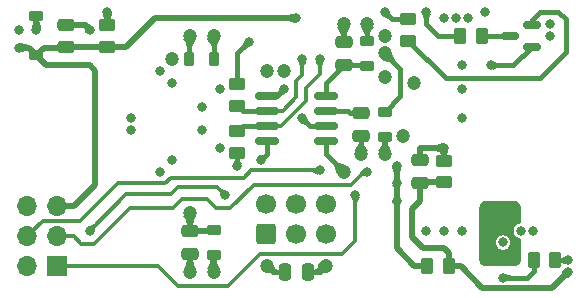
<source format=gbl>
G04 #@! TF.GenerationSoftware,KiCad,Pcbnew,8.0.5*
G04 #@! TF.CreationDate,2024-09-14T16:18:35+01:00*
G04 #@! TF.ProjectId,RotationEncoder,526f7461-7469-46f6-9e45-6e636f646572,rev?*
G04 #@! TF.SameCoordinates,Original*
G04 #@! TF.FileFunction,Copper,L4,Bot*
G04 #@! TF.FilePolarity,Positive*
%FSLAX46Y46*%
G04 Gerber Fmt 4.6, Leading zero omitted, Abs format (unit mm)*
G04 Created by KiCad (PCBNEW 8.0.5) date 2024-09-14 16:18:35*
%MOMM*%
%LPD*%
G01*
G04 APERTURE LIST*
G04 Aperture macros list*
%AMRoundRect*
0 Rectangle with rounded corners*
0 $1 Rounding radius*
0 $2 $3 $4 $5 $6 $7 $8 $9 X,Y pos of 4 corners*
0 Add a 4 corners polygon primitive as box body*
4,1,4,$2,$3,$4,$5,$6,$7,$8,$9,$2,$3,0*
0 Add four circle primitives for the rounded corners*
1,1,$1+$1,$2,$3*
1,1,$1+$1,$4,$5*
1,1,$1+$1,$6,$7*
1,1,$1+$1,$8,$9*
0 Add four rect primitives between the rounded corners*
20,1,$1+$1,$2,$3,$4,$5,0*
20,1,$1+$1,$4,$5,$6,$7,0*
20,1,$1+$1,$6,$7,$8,$9,0*
20,1,$1+$1,$8,$9,$2,$3,0*%
G04 Aperture macros list end*
G04 #@! TA.AperFunction,ComponentPad*
%ADD10RoundRect,0.250000X0.600000X-0.600000X0.600000X0.600000X-0.600000X0.600000X-0.600000X-0.600000X0*%
G04 #@! TD*
G04 #@! TA.AperFunction,ComponentPad*
%ADD11C,1.700000*%
G04 #@! TD*
G04 #@! TA.AperFunction,ComponentPad*
%ADD12R,1.700000X1.700000*%
G04 #@! TD*
G04 #@! TA.AperFunction,ComponentPad*
%ADD13O,1.700000X1.700000*%
G04 #@! TD*
G04 #@! TA.AperFunction,SMDPad,CuDef*
%ADD14RoundRect,0.250000X0.450000X-0.262500X0.450000X0.262500X-0.450000X0.262500X-0.450000X-0.262500X0*%
G04 #@! TD*
G04 #@! TA.AperFunction,SMDPad,CuDef*
%ADD15RoundRect,0.218750X0.381250X-0.218750X0.381250X0.218750X-0.381250X0.218750X-0.381250X-0.218750X0*%
G04 #@! TD*
G04 #@! TA.AperFunction,SMDPad,CuDef*
%ADD16RoundRect,0.250000X0.475000X-0.250000X0.475000X0.250000X-0.475000X0.250000X-0.475000X-0.250000X0*%
G04 #@! TD*
G04 #@! TA.AperFunction,SMDPad,CuDef*
%ADD17RoundRect,0.150000X0.587500X0.150000X-0.587500X0.150000X-0.587500X-0.150000X0.587500X-0.150000X0*%
G04 #@! TD*
G04 #@! TA.AperFunction,SMDPad,CuDef*
%ADD18RoundRect,0.250000X0.262500X0.450000X-0.262500X0.450000X-0.262500X-0.450000X0.262500X-0.450000X0*%
G04 #@! TD*
G04 #@! TA.AperFunction,SMDPad,CuDef*
%ADD19RoundRect,0.250000X-0.475000X0.250000X-0.475000X-0.250000X0.475000X-0.250000X0.475000X0.250000X0*%
G04 #@! TD*
G04 #@! TA.AperFunction,SMDPad,CuDef*
%ADD20RoundRect,0.150000X0.825000X0.150000X-0.825000X0.150000X-0.825000X-0.150000X0.825000X-0.150000X0*%
G04 #@! TD*
G04 #@! TA.AperFunction,SMDPad,CuDef*
%ADD21RoundRect,0.225000X-0.375000X0.225000X-0.375000X-0.225000X0.375000X-0.225000X0.375000X0.225000X0*%
G04 #@! TD*
G04 #@! TA.AperFunction,SMDPad,CuDef*
%ADD22RoundRect,0.250000X-0.450000X0.262500X-0.450000X-0.262500X0.450000X-0.262500X0.450000X0.262500X0*%
G04 #@! TD*
G04 #@! TA.AperFunction,SMDPad,CuDef*
%ADD23RoundRect,0.218750X-0.381250X0.218750X-0.381250X-0.218750X0.381250X-0.218750X0.381250X0.218750X0*%
G04 #@! TD*
G04 #@! TA.AperFunction,SMDPad,CuDef*
%ADD24RoundRect,0.250000X-0.262500X-0.450000X0.262500X-0.450000X0.262500X0.450000X-0.262500X0.450000X0*%
G04 #@! TD*
G04 #@! TA.AperFunction,SMDPad,CuDef*
%ADD25RoundRect,0.218750X-0.218750X-0.381250X0.218750X-0.381250X0.218750X0.381250X-0.218750X0.381250X0*%
G04 #@! TD*
G04 #@! TA.AperFunction,SMDPad,CuDef*
%ADD26RoundRect,0.250000X0.250000X0.475000X-0.250000X0.475000X-0.250000X-0.475000X0.250000X-0.475000X0*%
G04 #@! TD*
G04 #@! TA.AperFunction,ViaPad*
%ADD27C,0.800000*%
G04 #@! TD*
G04 #@! TA.AperFunction,ViaPad*
%ADD28C,1.200000*%
G04 #@! TD*
G04 #@! TA.AperFunction,Conductor*
%ADD29C,0.400000*%
G04 #@! TD*
G04 #@! TA.AperFunction,Conductor*
%ADD30C,0.500000*%
G04 #@! TD*
G04 #@! TA.AperFunction,Conductor*
%ADD31C,0.300000*%
G04 #@! TD*
G04 APERTURE END LIST*
D10*
X142455000Y-99752500D03*
D11*
X142455000Y-97212500D03*
X144995000Y-99752500D03*
X144995000Y-97212500D03*
X147535000Y-99752500D03*
X147535000Y-97212500D03*
D12*
X124775000Y-102525000D03*
D13*
X122235000Y-102525000D03*
X124775000Y-99985000D03*
X122235000Y-99985000D03*
X124775000Y-97445000D03*
X122235000Y-97445000D03*
D14*
X140000000Y-92912500D03*
X140000000Y-91087500D03*
D15*
X138000000Y-101562500D03*
X138000000Y-99437500D03*
D16*
X125500000Y-83950000D03*
X125500000Y-82050000D03*
D17*
X164937500Y-82050000D03*
X164937500Y-83950000D03*
X163062500Y-83000000D03*
D18*
X160712500Y-83000000D03*
X158887500Y-83000000D03*
D19*
X136000000Y-99550000D03*
X136000000Y-101450000D03*
D20*
X147475000Y-88095000D03*
X147475000Y-89365000D03*
X147475000Y-90635000D03*
X147475000Y-91905000D03*
X142525000Y-91905000D03*
X142525000Y-90635000D03*
X142525000Y-89365000D03*
X142525000Y-88095000D03*
D21*
X123000000Y-81350000D03*
X123000000Y-84650000D03*
D14*
X154500000Y-83412500D03*
X154500000Y-81587500D03*
D19*
X150500000Y-89550000D03*
X150500000Y-91450000D03*
D22*
X140000000Y-87087500D03*
X140000000Y-88912500D03*
D18*
X157912500Y-102500000D03*
X156087500Y-102500000D03*
D22*
X157500000Y-93587500D03*
X157500000Y-95412500D03*
D23*
X152500000Y-89437500D03*
X152500000Y-91562500D03*
D16*
X149000000Y-85450000D03*
X149000000Y-83550000D03*
D22*
X129000000Y-82087500D03*
X129000000Y-83912500D03*
D19*
X155500000Y-93550000D03*
X155500000Y-95450000D03*
D23*
X151000000Y-83437500D03*
X151000000Y-85562500D03*
D24*
X165087500Y-102000000D03*
X166912500Y-102000000D03*
D25*
X135937500Y-85000000D03*
X138062500Y-85000000D03*
D26*
X145950000Y-103000000D03*
X144050000Y-103000000D03*
D27*
X123000000Y-82500000D03*
X157500000Y-81500000D03*
D28*
X147500000Y-102500000D03*
X136000000Y-83000000D03*
D27*
X129000000Y-81000000D03*
X141000000Y-83500000D03*
D28*
X152500000Y-84500000D03*
D27*
X158500000Y-81500000D03*
X166500000Y-83000000D03*
X166500000Y-82000000D03*
D28*
X138000000Y-103000000D03*
X151000000Y-82000000D03*
D27*
X159500000Y-81500000D03*
D28*
X152500000Y-83000000D03*
D27*
X140000000Y-94000000D03*
X133500000Y-94500000D03*
D28*
X152500000Y-86500000D03*
D27*
X131000000Y-90000000D03*
D28*
X142500000Y-102500000D03*
X155000000Y-87000000D03*
X144000000Y-86000000D03*
X149000000Y-82000000D03*
D27*
X159000000Y-99500000D03*
X153500000Y-95500000D03*
X161500000Y-85500000D03*
D28*
X154000000Y-91500000D03*
D27*
X153500000Y-97000000D03*
X134500000Y-93500000D03*
X127500000Y-82500000D03*
D28*
X136000000Y-103000000D03*
D27*
X153500000Y-94000000D03*
X137000000Y-91000000D03*
D28*
X142500000Y-86000000D03*
D27*
X157500000Y-99500000D03*
X121500000Y-82500000D03*
D28*
X149000000Y-94500000D03*
D27*
X156000000Y-99500000D03*
X138500000Y-92500000D03*
X159000000Y-87500000D03*
X162500000Y-100500000D03*
D28*
X134500000Y-85000000D03*
D27*
X133500000Y-86000000D03*
X161000000Y-80975000D03*
X134500000Y-87000000D03*
D28*
X150500000Y-93000000D03*
D27*
X165000000Y-99500000D03*
X164000000Y-99500000D03*
X159000000Y-85500000D03*
X131000000Y-91000000D03*
X159000000Y-90000000D03*
X137000000Y-89000000D03*
X138500000Y-87500000D03*
X145500000Y-85000000D03*
X147000000Y-85000000D03*
X145500000Y-90000000D03*
X144000000Y-87500000D03*
X142000000Y-93500000D03*
D28*
X152500000Y-93000000D03*
X138000000Y-83000000D03*
X136000000Y-98000000D03*
D27*
X145000000Y-81500000D03*
X121500000Y-84000000D03*
X156000000Y-81000000D03*
X152500000Y-81000000D03*
X139000000Y-96500000D03*
X127500000Y-99500000D03*
X162500000Y-103500000D03*
X157500000Y-92500000D03*
X163500000Y-97500000D03*
X163000000Y-102000000D03*
X162000000Y-98000000D03*
X162000000Y-102000000D03*
X161000000Y-98000000D03*
X168000000Y-103000000D03*
X150000000Y-96500000D03*
X147000000Y-94400000D03*
X151000000Y-94500000D03*
X168000000Y-102000000D03*
D29*
X140000000Y-84500000D02*
X140000000Y-87087500D01*
X145950000Y-103000000D02*
X147000000Y-103000000D01*
X135937500Y-83062500D02*
X136000000Y-83000000D01*
X140000000Y-94000000D02*
X140000000Y-92912500D01*
X135937500Y-85000000D02*
X135937500Y-83062500D01*
X153800000Y-85800000D02*
X153800000Y-88137500D01*
D30*
X129000000Y-81000000D02*
X129000000Y-82087500D01*
D29*
X151000000Y-82000000D02*
X151000000Y-83437500D01*
X153800000Y-88137500D02*
X152500000Y-89437500D01*
X152500000Y-84500000D02*
X153800000Y-85800000D01*
X147000000Y-103000000D02*
X147500000Y-102500000D01*
D30*
X138000000Y-103000000D02*
X138000000Y-101562500D01*
D29*
X141000000Y-83500000D02*
X140000000Y-84500000D01*
D30*
X123000000Y-82500000D02*
X123000000Y-81350000D01*
D29*
X149000000Y-82000000D02*
X149000000Y-83550000D01*
X163387500Y-85500000D02*
X164937500Y-83950000D01*
D30*
X155000000Y-102500000D02*
X156087500Y-102500000D01*
D29*
X150500000Y-93000000D02*
X150500000Y-91450000D01*
X144050000Y-103000000D02*
X143000000Y-103000000D01*
X161500000Y-85500000D02*
X163387500Y-85500000D01*
D30*
X153500000Y-94000000D02*
X153500000Y-101000000D01*
X127050000Y-82050000D02*
X125500000Y-82050000D01*
X127500000Y-82500000D02*
X127050000Y-82050000D01*
X153500000Y-101000000D02*
X155000000Y-102500000D01*
D29*
X147475000Y-92975000D02*
X147475000Y-91905000D01*
X149000000Y-94500000D02*
X147475000Y-92975000D01*
X143000000Y-103000000D02*
X142500000Y-102500000D01*
D30*
X136000000Y-103000000D02*
X136000000Y-101450000D01*
D29*
X149550000Y-89550000D02*
X150500000Y-89550000D01*
X147475000Y-89365000D02*
X149365000Y-89365000D01*
X149365000Y-89365000D02*
X149550000Y-89550000D01*
D31*
X145500000Y-86300000D02*
X145000000Y-86800000D01*
X143835000Y-89365000D02*
X142525000Y-89365000D01*
D29*
X140452500Y-89365000D02*
X140000000Y-88912500D01*
D31*
X145000000Y-86800000D02*
X145000000Y-88200000D01*
X145000000Y-88200000D02*
X143835000Y-89365000D01*
X145500000Y-85000000D02*
X145500000Y-86300000D01*
D29*
X142525000Y-89365000D02*
X140452500Y-89365000D01*
D31*
X147000000Y-85000000D02*
X147000000Y-86200000D01*
X145800000Y-88519669D02*
X143684669Y-90635000D01*
D29*
X140452500Y-90635000D02*
X140000000Y-91087500D01*
D31*
X143684669Y-90635000D02*
X142525000Y-90635000D01*
X147000000Y-86200000D02*
X145800000Y-87400000D01*
D29*
X142525000Y-90635000D02*
X140452500Y-90635000D01*
D31*
X145800000Y-87400000D02*
X145800000Y-88519669D01*
D29*
X145500000Y-90000000D02*
X146135000Y-90635000D01*
X146135000Y-90635000D02*
X147475000Y-90635000D01*
X144000000Y-87500000D02*
X143405000Y-88095000D01*
X143405000Y-88095000D02*
X142525000Y-88095000D01*
X142525000Y-92975000D02*
X142525000Y-91905000D01*
X142000000Y-93500000D02*
X142525000Y-92975000D01*
X152500000Y-93000000D02*
X152500000Y-91562500D01*
X138062500Y-85000000D02*
X138062500Y-83062500D01*
X149000000Y-85450000D02*
X150887500Y-85450000D01*
D30*
X137887500Y-99550000D02*
X138000000Y-99437500D01*
D29*
X147475000Y-86975000D02*
X149000000Y-85450000D01*
D30*
X136000000Y-99550000D02*
X137887500Y-99550000D01*
X136000000Y-99550000D02*
X136000000Y-98000000D01*
D29*
X147475000Y-88095000D02*
X147475000Y-86975000D01*
X150887500Y-85450000D02*
X151000000Y-85562500D01*
X138062500Y-83062500D02*
X138000000Y-83000000D01*
D30*
X122350000Y-84000000D02*
X123000000Y-84650000D01*
X123650000Y-84000000D02*
X125450000Y-84000000D01*
X121550000Y-83950000D02*
X121500000Y-84000000D01*
X125500000Y-83950000D02*
X125537500Y-83912500D01*
X123000000Y-84650000D02*
X123850000Y-85500000D01*
X133000000Y-81500000D02*
X130587500Y-83912500D01*
X125537500Y-83912500D02*
X129000000Y-83912500D01*
X130587500Y-83912500D02*
X129000000Y-83912500D01*
X121500000Y-84000000D02*
X122350000Y-84000000D01*
X125450000Y-84000000D02*
X125500000Y-83950000D01*
X128000000Y-95600000D02*
X126155000Y-97445000D01*
X128000000Y-86000000D02*
X128000000Y-95600000D01*
X123000000Y-84650000D02*
X123650000Y-84000000D01*
X127500000Y-85500000D02*
X128000000Y-86000000D01*
X145000000Y-81500000D02*
X133000000Y-81500000D01*
X123850000Y-85500000D02*
X127500000Y-85500000D01*
X126155000Y-97445000D02*
X124775000Y-97445000D01*
D29*
X160712500Y-83000000D02*
X163062500Y-83000000D01*
X156000000Y-82000000D02*
X157000000Y-83000000D01*
X156000000Y-81000000D02*
X156000000Y-82000000D01*
X157000000Y-83000000D02*
X158887500Y-83000000D01*
X164937500Y-81662500D02*
X165600000Y-81000000D01*
X157687500Y-86600000D02*
X154500000Y-83412500D01*
X167800000Y-81600000D02*
X167800000Y-84400000D01*
X167800000Y-84400000D02*
X165600000Y-86600000D01*
X167200000Y-81000000D02*
X167800000Y-81600000D01*
X164937500Y-82050000D02*
X164937500Y-81662500D01*
X165600000Y-81000000D02*
X167200000Y-81000000D01*
X165600000Y-86600000D02*
X157687500Y-86600000D01*
X153087500Y-81587500D02*
X152500000Y-81000000D01*
X154500000Y-81587500D02*
X153087500Y-81587500D01*
D31*
X139000000Y-96500000D02*
X138300000Y-95800000D01*
X138300000Y-95800000D02*
X135000000Y-95800000D01*
X135000000Y-95800000D02*
X134400000Y-96400000D01*
X134400000Y-96400000D02*
X130600000Y-96400000D01*
X130600000Y-96400000D02*
X127500000Y-99500000D01*
D29*
X165087500Y-102912500D02*
X165087500Y-102000000D01*
X164500000Y-103500000D02*
X165087500Y-102912500D01*
X162500000Y-103500000D02*
X164500000Y-103500000D01*
D30*
X157500000Y-92500000D02*
X157500000Y-93587500D01*
X157500000Y-92500000D02*
X155500000Y-92500000D01*
X155500000Y-92500000D02*
X155500000Y-93550000D01*
X155750000Y-101000000D02*
X157500000Y-101000000D01*
X154800000Y-97700000D02*
X154800000Y-100050000D01*
X157500000Y-95412500D02*
X155537500Y-95412500D01*
X160762500Y-104350000D02*
X166650000Y-104350000D01*
X154800000Y-100050000D02*
X155750000Y-101000000D01*
X158912500Y-102500000D02*
X160762500Y-104350000D01*
X157912500Y-101412500D02*
X157912500Y-102500000D01*
X155537500Y-95412500D02*
X155500000Y-95450000D01*
X155500000Y-97000000D02*
X154800000Y-97700000D01*
X157912500Y-102500000D02*
X158912500Y-102500000D01*
X155500000Y-95450000D02*
X155500000Y-97000000D01*
X166650000Y-104350000D02*
X168000000Y-103000000D01*
X157500000Y-101000000D02*
X157912500Y-101412500D01*
D31*
X133325000Y-102525000D02*
X124775000Y-102525000D01*
X150000000Y-96500000D02*
X150000000Y-100400000D01*
X139200000Y-104200000D02*
X135000000Y-104200000D01*
X150000000Y-100400000D02*
X148900000Y-101500000D01*
X135000000Y-104200000D02*
X133325000Y-102525000D01*
X141900000Y-101500000D02*
X139200000Y-104200000D01*
X148900000Y-101500000D02*
X141900000Y-101500000D01*
X129900000Y-95500000D02*
X126700000Y-98700000D01*
X140600000Y-95000000D02*
X134400000Y-95000000D01*
X134400000Y-95000000D02*
X133900000Y-95500000D01*
X133900000Y-95500000D02*
X129900000Y-95500000D01*
X126700000Y-98700000D02*
X123520000Y-98700000D01*
X141200000Y-94400000D02*
X140600000Y-95000000D01*
X123520000Y-98700000D02*
X122235000Y-99985000D01*
X147000000Y-94400000D02*
X141200000Y-94400000D01*
X151000000Y-94500000D02*
X150700000Y-94500000D01*
X150700000Y-94500000D02*
X149600000Y-95600000D01*
X139400000Y-97600000D02*
X138200000Y-97600000D01*
X126797500Y-100600000D02*
X126182500Y-99985000D01*
X126182500Y-99985000D02*
X124775000Y-99985000D01*
X149600000Y-95600000D02*
X141400000Y-95600000D01*
X127900000Y-100600000D02*
X126797500Y-100600000D01*
X137400000Y-96800000D02*
X135353553Y-96800000D01*
X130900000Y-97600000D02*
X127900000Y-100600000D01*
X134553553Y-97600000D02*
X130900000Y-97600000D01*
X141400000Y-95600000D02*
X139400000Y-97600000D01*
X138200000Y-97600000D02*
X137400000Y-96800000D01*
X135353553Y-96800000D02*
X134553553Y-97600000D01*
D29*
X166912500Y-102000000D02*
X168000000Y-102000000D01*
G04 #@! TA.AperFunction,Conductor*
G36*
X163508059Y-97001061D02*
G01*
X163613223Y-97014906D01*
X163644491Y-97023284D01*
X163734918Y-97060740D01*
X163762952Y-97076925D01*
X163840602Y-97136509D01*
X163863491Y-97159398D01*
X163923074Y-97237048D01*
X163939259Y-97265081D01*
X163976715Y-97355508D01*
X163985093Y-97386775D01*
X163998939Y-97491939D01*
X164000000Y-97508125D01*
X164000000Y-98785573D01*
X163980315Y-98852612D01*
X163927511Y-98898367D01*
X163892186Y-98908511D01*
X163843238Y-98914956D01*
X163843237Y-98914956D01*
X163697160Y-98975463D01*
X163571718Y-99071718D01*
X163475463Y-99197160D01*
X163414956Y-99343237D01*
X163414955Y-99343239D01*
X163394318Y-99499998D01*
X163394318Y-99500001D01*
X163414955Y-99656760D01*
X163414956Y-99656762D01*
X163475464Y-99802841D01*
X163571718Y-99928282D01*
X163697159Y-100024536D01*
X163843238Y-100085044D01*
X163892185Y-100091487D01*
X163956080Y-100119752D01*
X163994552Y-100178076D01*
X164000000Y-100214426D01*
X164000000Y-101991874D01*
X163998939Y-102008060D01*
X163985093Y-102113224D01*
X163976715Y-102144491D01*
X163939259Y-102234918D01*
X163923074Y-102262951D01*
X163863491Y-102340601D01*
X163840601Y-102363491D01*
X163762951Y-102423074D01*
X163734918Y-102439259D01*
X163644491Y-102476715D01*
X163613224Y-102485093D01*
X163519398Y-102497446D01*
X163508058Y-102498939D01*
X163491874Y-102500000D01*
X161008126Y-102500000D01*
X160991941Y-102498939D01*
X160978917Y-102497224D01*
X160886775Y-102485093D01*
X160855508Y-102476715D01*
X160765081Y-102439259D01*
X160737048Y-102423074D01*
X160659398Y-102363491D01*
X160636508Y-102340601D01*
X160576925Y-102262951D01*
X160560740Y-102234918D01*
X160523284Y-102144491D01*
X160514906Y-102113223D01*
X160501061Y-102008059D01*
X160500000Y-101991874D01*
X160500000Y-100499998D01*
X161894318Y-100499998D01*
X161894318Y-100500001D01*
X161914955Y-100656760D01*
X161914956Y-100656762D01*
X161975464Y-100802841D01*
X162071718Y-100928282D01*
X162197159Y-101024536D01*
X162343238Y-101085044D01*
X162421619Y-101095363D01*
X162499999Y-101105682D01*
X162500000Y-101105682D01*
X162500001Y-101105682D01*
X162552254Y-101098802D01*
X162656762Y-101085044D01*
X162802841Y-101024536D01*
X162928282Y-100928282D01*
X163024536Y-100802841D01*
X163085044Y-100656762D01*
X163105682Y-100500000D01*
X163085044Y-100343238D01*
X163024536Y-100197159D01*
X162928282Y-100071718D01*
X162802841Y-99975464D01*
X162656762Y-99914956D01*
X162656760Y-99914955D01*
X162500001Y-99894318D01*
X162499999Y-99894318D01*
X162343239Y-99914955D01*
X162343237Y-99914956D01*
X162197160Y-99975463D01*
X162071718Y-100071718D01*
X161975463Y-100197160D01*
X161914956Y-100343237D01*
X161914955Y-100343239D01*
X161894318Y-100499998D01*
X160500000Y-100499998D01*
X160500000Y-97508125D01*
X160501061Y-97491940D01*
X160514906Y-97386776D01*
X160523284Y-97355508D01*
X160560740Y-97265081D01*
X160576923Y-97237050D01*
X160636513Y-97159392D01*
X160659392Y-97136513D01*
X160737050Y-97076923D01*
X160765079Y-97060740D01*
X160855509Y-97023283D01*
X160886775Y-97014906D01*
X160991941Y-97001061D01*
X161008126Y-97000000D01*
X163491874Y-97000000D01*
X163508059Y-97001061D01*
G37*
G04 #@! TD.AperFunction*
G04 #@! TA.AperFunction,Conductor*
G36*
X140196944Y-93203427D02*
G01*
X140200365Y-93211323D01*
X140205347Y-93366020D01*
X140205349Y-93366035D01*
X140222827Y-93483197D01*
X140222827Y-93483199D01*
X140254586Y-93582046D01*
X140254592Y-93582063D01*
X140302779Y-93693115D01*
X140364824Y-93836037D01*
X140364975Y-93844990D01*
X140358751Y-93851428D01*
X140358594Y-93851495D01*
X140004502Y-93999123D01*
X139995548Y-93999144D01*
X139995498Y-93999123D01*
X139641405Y-93851495D01*
X139635087Y-93845148D01*
X139635108Y-93836194D01*
X139635175Y-93836037D01*
X139697220Y-93693115D01*
X139745405Y-93582063D01*
X139745410Y-93582052D01*
X139777171Y-93483200D01*
X139794651Y-93366027D01*
X139799635Y-93211322D01*
X139803327Y-93203165D01*
X139811329Y-93200000D01*
X140188671Y-93200000D01*
X140196944Y-93203427D01*
G37*
G04 #@! TD.AperFunction*
G04 #@! TA.AperFunction,Conductor*
G36*
X136542641Y-83224748D02*
G01*
X136548963Y-83231089D01*
X136548949Y-83240044D01*
X136548563Y-83240878D01*
X136434595Y-83463667D01*
X136433746Y-83465075D01*
X136368949Y-83557104D01*
X136322943Y-83622447D01*
X136321233Y-83624875D01*
X136226652Y-83763695D01*
X136226649Y-83763700D01*
X136161660Y-83933679D01*
X136161658Y-83933686D01*
X136138508Y-84176976D01*
X136134313Y-84184888D01*
X136126861Y-84187568D01*
X135748648Y-84187568D01*
X135740375Y-84184141D01*
X135736962Y-84176433D01*
X135725545Y-83940084D01*
X135725544Y-83940080D01*
X135725544Y-83940076D01*
X135689961Y-83767287D01*
X135631172Y-83622447D01*
X135549696Y-83458998D01*
X135549516Y-83458619D01*
X135450658Y-83240606D01*
X135450363Y-83231656D01*
X135456482Y-83225118D01*
X135456804Y-83224978D01*
X135995507Y-83000868D01*
X136004458Y-83000855D01*
X136542641Y-83224748D01*
G37*
G04 #@! TD.AperFunction*
G04 #@! TA.AperFunction,Conductor*
G36*
X129387386Y-80999968D02*
G01*
X129395650Y-81003416D01*
X129399056Y-81011697D01*
X129399021Y-81012576D01*
X129384483Y-81199338D01*
X129384125Y-81201439D01*
X129347340Y-81339673D01*
X129347001Y-81340736D01*
X129302803Y-81459783D01*
X129302803Y-81459784D01*
X129265601Y-81599589D01*
X129265600Y-81599591D01*
X129250840Y-81789208D01*
X129246781Y-81797190D01*
X129239175Y-81800000D01*
X128760825Y-81800000D01*
X128752552Y-81796573D01*
X128749160Y-81789208D01*
X128748226Y-81777213D01*
X128734400Y-81599592D01*
X128697200Y-81459795D01*
X128652998Y-81340736D01*
X128652659Y-81339673D01*
X128650734Y-81332440D01*
X128615872Y-81201432D01*
X128615517Y-81199346D01*
X128600978Y-81012573D01*
X128603753Y-81004062D01*
X128611735Y-81000003D01*
X128612601Y-80999968D01*
X129000000Y-80999000D01*
X129387386Y-80999968D01*
G37*
G04 #@! TD.AperFunction*
G04 #@! TA.AperFunction,Conductor*
G36*
X151531632Y-82220168D02*
G01*
X151542927Y-82224867D01*
X151549249Y-82231208D01*
X151549235Y-82240163D01*
X151548978Y-82240738D01*
X151441792Y-82463736D01*
X151441314Y-82464629D01*
X151344221Y-82628565D01*
X151344200Y-82628603D01*
X151267797Y-82772713D01*
X151267795Y-82772718D01*
X151217874Y-82946539D01*
X151217874Y-82946542D01*
X151200767Y-83189123D01*
X151196767Y-83197135D01*
X151189096Y-83200000D01*
X150810904Y-83200000D01*
X150802631Y-83196573D01*
X150799233Y-83189123D01*
X150797431Y-83163578D01*
X150782125Y-82946544D01*
X150732204Y-82772718D01*
X150655787Y-82628581D01*
X150558675Y-82464614D01*
X150558213Y-82463751D01*
X150451019Y-82240736D01*
X150450524Y-82231796D01*
X150456496Y-82225124D01*
X150457044Y-82224878D01*
X150995507Y-82000868D01*
X151004458Y-82000855D01*
X151531632Y-82220168D01*
G37*
G04 #@! TD.AperFunction*
G04 #@! TA.AperFunction,Conductor*
G36*
X153051867Y-84275111D02*
G01*
X153058189Y-84281452D01*
X153058414Y-84282041D01*
X153140307Y-84515521D01*
X153140600Y-84516491D01*
X153187863Y-84701058D01*
X153187865Y-84701064D01*
X153235755Y-84857036D01*
X153235755Y-84857037D01*
X153323364Y-85015241D01*
X153323363Y-85015241D01*
X153323367Y-85015246D01*
X153323368Y-85015247D01*
X153473241Y-85187863D01*
X153482800Y-85198872D01*
X153485636Y-85207366D01*
X153482238Y-85214816D01*
X153214816Y-85482238D01*
X153206543Y-85485665D01*
X153198872Y-85482800D01*
X153015241Y-85323363D01*
X152857036Y-85235755D01*
X152857035Y-85235754D01*
X152857034Y-85235754D01*
X152701078Y-85187869D01*
X152701072Y-85187867D01*
X152701064Y-85187865D01*
X152701058Y-85187863D01*
X152516491Y-85140600D01*
X152515521Y-85140307D01*
X152282041Y-85058414D01*
X152275368Y-85052442D01*
X152274872Y-85043501D01*
X152275083Y-85042947D01*
X152497437Y-84503791D01*
X152503759Y-84497451D01*
X153042914Y-84275097D01*
X153051867Y-84275111D01*
G37*
G04 #@! TD.AperFunction*
G04 #@! TA.AperFunction,Conductor*
G36*
X147084042Y-102084274D02*
G01*
X147085605Y-102085582D01*
X147497554Y-102496562D01*
X147500991Y-102504831D01*
X147500991Y-102504864D01*
X147500018Y-103088800D01*
X147496577Y-103097068D01*
X147488810Y-103100471D01*
X147421685Y-103103297D01*
X147253038Y-103110400D01*
X147253032Y-103110400D01*
X147253028Y-103110401D01*
X147078679Y-103135195D01*
X147078653Y-103135199D01*
X147078650Y-103135200D01*
X147078644Y-103135201D01*
X147078628Y-103135204D01*
X146928755Y-103164740D01*
X146928140Y-103164844D01*
X146754649Y-103189517D01*
X146753494Y-103189624D01*
X146519298Y-103199486D01*
X146510888Y-103196410D01*
X146507116Y-103188288D01*
X146507106Y-103187796D01*
X146507106Y-102809449D01*
X146510533Y-102801176D01*
X146516342Y-102798011D01*
X146711785Y-102755929D01*
X146812398Y-102638819D01*
X146867501Y-102471415D01*
X146867554Y-102471259D01*
X146935255Y-102277581D01*
X146936702Y-102274755D01*
X147067752Y-102087164D01*
X147075298Y-102082345D01*
X147084042Y-102084274D01*
G37*
G04 #@! TD.AperFunction*
G04 #@! TA.AperFunction,Conductor*
G36*
X138247162Y-101803427D02*
G01*
X138250573Y-101811096D01*
X138262967Y-102051072D01*
X138262968Y-102051078D01*
X138301081Y-102225950D01*
X138363145Y-102372321D01*
X138447834Y-102537651D01*
X138448060Y-102538117D01*
X138549287Y-102759373D01*
X138549613Y-102768322D01*
X138543516Y-102774880D01*
X138543142Y-102775043D01*
X138004494Y-102999130D01*
X137995539Y-102999144D01*
X137995506Y-102999130D01*
X137456857Y-102775043D01*
X137450535Y-102768702D01*
X137450549Y-102759747D01*
X137450712Y-102759373D01*
X137551953Y-102538085D01*
X137552148Y-102537682D01*
X137636859Y-102372310D01*
X137698919Y-102225947D01*
X137737030Y-102051082D01*
X137749427Y-101811096D01*
X137753276Y-101803011D01*
X137761111Y-101800000D01*
X138238889Y-101800000D01*
X138247162Y-101803427D01*
G37*
G04 #@! TD.AperFunction*
G04 #@! TA.AperFunction,Conductor*
G36*
X140641411Y-83351438D02*
G01*
X140996195Y-83497436D01*
X141002542Y-83503754D01*
X141002563Y-83503804D01*
X141148555Y-83858574D01*
X141148534Y-83867528D01*
X141142187Y-83873846D01*
X141142029Y-83873909D01*
X140997097Y-83931095D01*
X140997097Y-83931096D01*
X140940792Y-83953325D01*
X140884486Y-83975554D01*
X140884475Y-83975559D01*
X140792134Y-84022991D01*
X140792129Y-84022995D01*
X140696916Y-84093489D01*
X140696907Y-84093497D01*
X140583999Y-84199357D01*
X140575620Y-84202516D01*
X140567724Y-84199095D01*
X140300903Y-83932274D01*
X140297476Y-83924001D01*
X140300639Y-83916001D01*
X140406510Y-83803082D01*
X140477003Y-83707868D01*
X140524444Y-83615511D01*
X140568902Y-83502901D01*
X140626090Y-83357969D01*
X140632314Y-83351532D01*
X140641267Y-83351381D01*
X140641411Y-83351438D01*
G37*
G04 #@! TD.AperFunction*
G04 #@! TA.AperFunction,Conductor*
G36*
X123247448Y-81703427D02*
G01*
X123250840Y-81710792D01*
X123265600Y-81900407D01*
X123265601Y-81900409D01*
X123302803Y-82040213D01*
X123302803Y-82040214D01*
X123347001Y-82159261D01*
X123347340Y-82160324D01*
X123384125Y-82298559D01*
X123384483Y-82300660D01*
X123399021Y-82487423D01*
X123396246Y-82495937D01*
X123388264Y-82499996D01*
X123387385Y-82500031D01*
X123000029Y-82500999D01*
X122999971Y-82500999D01*
X122612614Y-82500031D01*
X122604349Y-82496583D01*
X122600943Y-82488302D01*
X122600976Y-82487449D01*
X122615517Y-82300650D01*
X122615872Y-82298568D01*
X122652660Y-82160319D01*
X122652998Y-82159261D01*
X122697196Y-82040214D01*
X122697196Y-82040213D01*
X122697200Y-82040203D01*
X122734400Y-81900407D01*
X122749160Y-81710792D01*
X122753219Y-81702810D01*
X122760825Y-81700000D01*
X123239175Y-81700000D01*
X123247448Y-81703427D01*
G37*
G04 #@! TD.AperFunction*
G04 #@! TA.AperFunction,Conductor*
G36*
X149531632Y-82220168D02*
G01*
X149542927Y-82224867D01*
X149549249Y-82231208D01*
X149549235Y-82240163D01*
X149548978Y-82240738D01*
X149441792Y-82463736D01*
X149441314Y-82464629D01*
X149344221Y-82628565D01*
X149344200Y-82628603D01*
X149267797Y-82772713D01*
X149267795Y-82772718D01*
X149217874Y-82946539D01*
X149217874Y-82946542D01*
X149200767Y-83189123D01*
X149196767Y-83197135D01*
X149189096Y-83200000D01*
X148810904Y-83200000D01*
X148802631Y-83196573D01*
X148799233Y-83189123D01*
X148797431Y-83163578D01*
X148782125Y-82946544D01*
X148732204Y-82772718D01*
X148655787Y-82628581D01*
X148558675Y-82464614D01*
X148558213Y-82463751D01*
X148451019Y-82240736D01*
X148450524Y-82231796D01*
X148456496Y-82225124D01*
X148457044Y-82224878D01*
X148995507Y-82000868D01*
X149004458Y-82000855D01*
X149531632Y-82220168D01*
G37*
G04 #@! TD.AperFunction*
G04 #@! TA.AperFunction,Conductor*
G36*
X150697369Y-91803427D02*
G01*
X150700767Y-91810877D01*
X150717874Y-92053456D01*
X150717874Y-92053459D01*
X150757810Y-92192515D01*
X150767795Y-92227280D01*
X150844212Y-92371418D01*
X150844221Y-92371433D01*
X150941314Y-92535369D01*
X150941792Y-92536262D01*
X151048979Y-92759261D01*
X151049475Y-92768202D01*
X151043503Y-92774875D01*
X151042928Y-92775132D01*
X150504494Y-92999130D01*
X150495539Y-92999144D01*
X150495506Y-92999130D01*
X149957071Y-92775132D01*
X149950749Y-92768791D01*
X149950763Y-92759836D01*
X149951004Y-92759296D01*
X150058217Y-92536238D01*
X150058669Y-92535393D01*
X150155787Y-92371418D01*
X150232204Y-92227280D01*
X150282125Y-92053455D01*
X150299233Y-91810877D01*
X150303233Y-91802865D01*
X150310904Y-91800000D01*
X150689096Y-91800000D01*
X150697369Y-91803427D01*
G37*
G04 #@! TD.AperFunction*
G04 #@! TA.AperFunction,Conductor*
G36*
X161663805Y-85135108D02*
G01*
X161663962Y-85135175D01*
X161806881Y-85197219D01*
X161917935Y-85245405D01*
X161917947Y-85245410D01*
X162016799Y-85277171D01*
X162133972Y-85294651D01*
X162288677Y-85299635D01*
X162296835Y-85303327D01*
X162300000Y-85311329D01*
X162300000Y-85688670D01*
X162296573Y-85696943D01*
X162288677Y-85700364D01*
X162133978Y-85705347D01*
X162133963Y-85705349D01*
X162016801Y-85722827D01*
X162016799Y-85722827D01*
X161917952Y-85754586D01*
X161917935Y-85754592D01*
X161806881Y-85802780D01*
X161663962Y-85864824D01*
X161655009Y-85864975D01*
X161648571Y-85858751D01*
X161648504Y-85858594D01*
X161500875Y-85504499D01*
X161500855Y-85495550D01*
X161648505Y-85141403D01*
X161654851Y-85135087D01*
X161663805Y-85135108D01*
G37*
G04 #@! TD.AperFunction*
G04 #@! TA.AperFunction,Conductor*
G36*
X153742304Y-95503427D02*
G01*
X153745731Y-95511700D01*
X153745187Y-95515226D01*
X153698310Y-95663519D01*
X153694700Y-95668935D01*
X153569149Y-95774888D01*
X153564464Y-95777291D01*
X153404042Y-95817746D01*
X153398506Y-95817791D01*
X153245445Y-95781851D01*
X153239294Y-95778142D01*
X153133127Y-95656151D01*
X153130265Y-95648994D01*
X153128866Y-95617756D01*
X153131919Y-95609340D01*
X153132975Y-95608322D01*
X153155231Y-95589454D01*
X153157966Y-95587726D01*
X153197214Y-95569994D01*
X153233998Y-95544597D01*
X153237281Y-95535445D01*
X153247221Y-95507748D01*
X153253240Y-95501119D01*
X153258233Y-95500000D01*
X153734031Y-95500000D01*
X153742304Y-95503427D01*
G37*
G04 #@! TD.AperFunction*
G04 #@! TA.AperFunction,Conductor*
G36*
X153742304Y-97003427D02*
G01*
X153745731Y-97011700D01*
X153745187Y-97015226D01*
X153698310Y-97163519D01*
X153694700Y-97168935D01*
X153569149Y-97274888D01*
X153564464Y-97277291D01*
X153404042Y-97317746D01*
X153398506Y-97317791D01*
X153245445Y-97281851D01*
X153239294Y-97278142D01*
X153133127Y-97156151D01*
X153130265Y-97148994D01*
X153128866Y-97117756D01*
X153131919Y-97109340D01*
X153132975Y-97108322D01*
X153155231Y-97089454D01*
X153157966Y-97087726D01*
X153197214Y-97069994D01*
X153233998Y-97044597D01*
X153237281Y-97035445D01*
X153247221Y-97007748D01*
X153253240Y-97001119D01*
X153258233Y-97000000D01*
X153734031Y-97000000D01*
X153742304Y-97003427D01*
G37*
G04 #@! TD.AperFunction*
G04 #@! TA.AperFunction,Conductor*
G36*
X153887386Y-93999968D02*
G01*
X153895650Y-94003416D01*
X153899056Y-94011697D01*
X153899021Y-94012576D01*
X153884483Y-94199338D01*
X153884125Y-94201439D01*
X153847342Y-94339664D01*
X153847004Y-94340727D01*
X153802800Y-94459793D01*
X153765601Y-94599589D01*
X153765600Y-94599591D01*
X153750840Y-94789208D01*
X153746781Y-94797190D01*
X153739175Y-94800000D01*
X153260825Y-94800000D01*
X153252552Y-94796573D01*
X153249160Y-94789208D01*
X153248226Y-94777213D01*
X153234400Y-94599592D01*
X153197199Y-94459795D01*
X153152995Y-94340727D01*
X153152659Y-94339674D01*
X153115872Y-94201432D01*
X153115517Y-94199346D01*
X153100978Y-94012573D01*
X153103753Y-94004062D01*
X153111735Y-94000003D01*
X153112601Y-93999968D01*
X153500000Y-93999000D01*
X153887386Y-93999968D01*
G37*
G04 #@! TD.AperFunction*
G04 #@! TA.AperFunction,Conductor*
G36*
X126899182Y-81801198D02*
G01*
X127087836Y-81818884D01*
X127090867Y-81819584D01*
X127224254Y-81869832D01*
X127226656Y-81871071D01*
X127336708Y-81945047D01*
X127336870Y-81945157D01*
X127465320Y-82034740D01*
X127643461Y-82125548D01*
X127649275Y-82132359D01*
X127648967Y-82140424D01*
X127501895Y-82497823D01*
X127499334Y-82501659D01*
X127227286Y-82772749D01*
X127219006Y-82776161D01*
X127210739Y-82772720D01*
X127209268Y-82770915D01*
X127202189Y-82760212D01*
X127132414Y-82654715D01*
X127130898Y-82651381D01*
X127095678Y-82523718D01*
X127095554Y-82523224D01*
X127069647Y-82410369D01*
X127069646Y-82410367D01*
X127069646Y-82410366D01*
X127013300Y-82330350D01*
X127013299Y-82330349D01*
X126895374Y-82302147D01*
X126888124Y-82296890D01*
X126886395Y-82290768D01*
X126886395Y-81812848D01*
X126889822Y-81804575D01*
X126898095Y-81801148D01*
X126899182Y-81801198D01*
G37*
G04 #@! TD.AperFunction*
G04 #@! TA.AperFunction,Conductor*
G36*
X148301127Y-93517199D02*
G01*
X148484757Y-93676635D01*
X148608829Y-93745340D01*
X148642965Y-93764244D01*
X148798920Y-93812130D01*
X148798937Y-93812134D01*
X148798939Y-93812135D01*
X148869324Y-93830158D01*
X148983511Y-93859399D01*
X148984472Y-93859689D01*
X149217958Y-93941585D01*
X149224631Y-93947557D01*
X149225127Y-93956498D01*
X149224902Y-93957087D01*
X149002562Y-94496207D01*
X148996240Y-94502548D01*
X148996207Y-94502562D01*
X148457087Y-94724902D01*
X148448132Y-94724888D01*
X148441810Y-94718547D01*
X148441585Y-94717958D01*
X148359689Y-94484472D01*
X148359398Y-94483507D01*
X148312135Y-94298939D01*
X148312133Y-94298933D01*
X148312130Y-94298920D01*
X148264244Y-94142965D01*
X148176634Y-93984757D01*
X148176635Y-93984757D01*
X148152099Y-93956498D01*
X148017198Y-93801126D01*
X148014363Y-93792633D01*
X148017760Y-93785184D01*
X148285184Y-93517760D01*
X148293456Y-93514334D01*
X148301127Y-93517199D01*
G37*
G04 #@! TD.AperFunction*
G04 #@! TA.AperFunction,Conductor*
G36*
X142930940Y-102085602D02*
G01*
X142932248Y-102087165D01*
X143063291Y-102274749D01*
X143064745Y-102277588D01*
X143132443Y-102471259D01*
X143132511Y-102471462D01*
X143187598Y-102638817D01*
X143187599Y-102638818D01*
X143187600Y-102638819D01*
X143288213Y-102755929D01*
X143483657Y-102798011D01*
X143491023Y-102803103D01*
X143492894Y-102809449D01*
X143492894Y-103187796D01*
X143489467Y-103196069D01*
X143481194Y-103199496D01*
X143480702Y-103199486D01*
X143246503Y-103189624D01*
X143245348Y-103189517D01*
X143071857Y-103164844D01*
X143071242Y-103164740D01*
X142921369Y-103135204D01*
X142921362Y-103135202D01*
X142921348Y-103135200D01*
X142921339Y-103135198D01*
X142921318Y-103135195D01*
X142746969Y-103110401D01*
X142746966Y-103110400D01*
X142746960Y-103110400D01*
X142566893Y-103102817D01*
X142511189Y-103100471D01*
X142503067Y-103096699D01*
X142499981Y-103088800D01*
X142499496Y-102798011D01*
X142499008Y-102504863D01*
X142502420Y-102496587D01*
X142914395Y-102085581D01*
X142922671Y-102082165D01*
X142930940Y-102085602D01*
G37*
G04 #@! TD.AperFunction*
G04 #@! TA.AperFunction,Conductor*
G36*
X136247162Y-101803427D02*
G01*
X136250573Y-101811096D01*
X136262967Y-102051072D01*
X136262968Y-102051078D01*
X136301081Y-102225950D01*
X136363145Y-102372321D01*
X136447834Y-102537651D01*
X136448060Y-102538117D01*
X136549287Y-102759373D01*
X136549613Y-102768322D01*
X136543516Y-102774880D01*
X136543142Y-102775043D01*
X136004494Y-102999130D01*
X135995539Y-102999144D01*
X135995506Y-102999130D01*
X135456857Y-102775043D01*
X135450535Y-102768702D01*
X135450549Y-102759747D01*
X135450712Y-102759373D01*
X135551953Y-102538085D01*
X135552148Y-102537682D01*
X135636859Y-102372310D01*
X135698919Y-102225947D01*
X135737030Y-102051082D01*
X135749427Y-101811096D01*
X135753276Y-101803011D01*
X135761111Y-101800000D01*
X136238889Y-101800000D01*
X136247162Y-101803427D01*
G37*
G04 #@! TD.AperFunction*
G04 #@! TA.AperFunction,Conductor*
G36*
X145858272Y-85148370D02*
G01*
X145864589Y-85154716D01*
X145864568Y-85163670D01*
X145864361Y-85164137D01*
X145796686Y-85308392D01*
X145796337Y-85309077D01*
X145735800Y-85418742D01*
X145689634Y-85515606D01*
X145660283Y-85631850D01*
X145650672Y-85789014D01*
X145646747Y-85797063D01*
X145638994Y-85800000D01*
X145361006Y-85800000D01*
X145352733Y-85796573D01*
X145349328Y-85789014D01*
X145339715Y-85631850D01*
X145339715Y-85631847D01*
X145310364Y-85515605D01*
X145264200Y-85418746D01*
X145203661Y-85309077D01*
X145203312Y-85308392D01*
X145135638Y-85164137D01*
X145135226Y-85155192D01*
X145141261Y-85148576D01*
X145141683Y-85148388D01*
X145495500Y-85000875D01*
X145504449Y-85000855D01*
X145858272Y-85148370D01*
G37*
G04 #@! TD.AperFunction*
G04 #@! TA.AperFunction,Conductor*
G36*
X147358272Y-85148370D02*
G01*
X147364589Y-85154716D01*
X147364568Y-85163670D01*
X147364361Y-85164137D01*
X147296686Y-85308392D01*
X147296337Y-85309077D01*
X147235800Y-85418742D01*
X147189634Y-85515606D01*
X147160283Y-85631850D01*
X147150672Y-85789014D01*
X147146747Y-85797063D01*
X147138994Y-85800000D01*
X146861006Y-85800000D01*
X146852733Y-85796573D01*
X146849328Y-85789014D01*
X146839715Y-85631850D01*
X146839715Y-85631847D01*
X146810364Y-85515605D01*
X146764200Y-85418746D01*
X146703661Y-85309077D01*
X146703312Y-85308392D01*
X146635638Y-85164137D01*
X146635226Y-85155192D01*
X146641261Y-85148576D01*
X146641683Y-85148388D01*
X146995500Y-85000875D01*
X147004449Y-85000855D01*
X147358272Y-85148370D01*
G37*
G04 #@! TD.AperFunction*
G04 #@! TA.AperFunction,Conductor*
G36*
X145867528Y-89851465D02*
G01*
X145873846Y-89857812D01*
X145873909Y-89857970D01*
X145931095Y-90002900D01*
X145931096Y-90002900D01*
X145975554Y-90115511D01*
X145975559Y-90115522D01*
X146022991Y-90207863D01*
X146022995Y-90207868D01*
X146093483Y-90303075D01*
X146093486Y-90303078D01*
X146093489Y-90303082D01*
X146199358Y-90415999D01*
X146202517Y-90424378D01*
X146199096Y-90432274D01*
X145932274Y-90699096D01*
X145924001Y-90702523D01*
X145915999Y-90699358D01*
X145803082Y-90593489D01*
X145803078Y-90593486D01*
X145803075Y-90593483D01*
X145707868Y-90522995D01*
X145707863Y-90522991D01*
X145615522Y-90475559D01*
X145615511Y-90475554D01*
X145502901Y-90431096D01*
X145502900Y-90431095D01*
X145357970Y-90373909D01*
X145351532Y-90367685D01*
X145351381Y-90358732D01*
X145351425Y-90358619D01*
X145497437Y-90003802D01*
X145503753Y-89997457D01*
X145858575Y-89851444D01*
X145867528Y-89851465D01*
G37*
G04 #@! TD.AperFunction*
G04 #@! TA.AperFunction,Conductor*
G36*
X143641411Y-87351438D02*
G01*
X143996195Y-87497436D01*
X144002542Y-87503754D01*
X144002563Y-87503804D01*
X144148555Y-87858574D01*
X144148534Y-87867528D01*
X144142187Y-87873846D01*
X144142029Y-87873909D01*
X143997097Y-87931095D01*
X143997097Y-87931096D01*
X143940792Y-87953325D01*
X143884486Y-87975554D01*
X143884475Y-87975559D01*
X143792134Y-88022991D01*
X143792129Y-88022995D01*
X143696916Y-88093489D01*
X143696907Y-88093497D01*
X143583999Y-88199357D01*
X143575620Y-88202516D01*
X143567724Y-88199095D01*
X143300903Y-87932274D01*
X143297476Y-87924001D01*
X143300639Y-87916001D01*
X143406510Y-87803082D01*
X143477003Y-87707868D01*
X143524444Y-87615511D01*
X143568902Y-87502901D01*
X143626090Y-87357969D01*
X143632314Y-87351532D01*
X143641267Y-87351381D01*
X143641411Y-87351438D01*
G37*
G04 #@! TD.AperFunction*
G04 #@! TA.AperFunction,Conductor*
G36*
X142720197Y-92920888D02*
G01*
X142723624Y-92929161D01*
X142723552Y-92930456D01*
X142703243Y-93112772D01*
X142702290Y-93116266D01*
X142645499Y-93242845D01*
X142644001Y-93245314D01*
X142562184Y-93348769D01*
X142466544Y-93470865D01*
X142374531Y-93643718D01*
X142367618Y-93649410D01*
X142359751Y-93649040D01*
X142004503Y-93502853D01*
X141998156Y-93496535D01*
X141998141Y-93496500D01*
X141987550Y-93470863D01*
X141852108Y-93142989D01*
X141852117Y-93134035D01*
X141858455Y-93127709D01*
X141860082Y-93127173D01*
X141988428Y-93095226D01*
X141990576Y-93094902D01*
X142119651Y-93087580D01*
X142226346Y-93076639D01*
X142298489Y-93030484D01*
X142322882Y-92926488D01*
X142328108Y-92919217D01*
X142334273Y-92917461D01*
X142711924Y-92917461D01*
X142720197Y-92920888D01*
G37*
G04 #@! TD.AperFunction*
G04 #@! TA.AperFunction,Conductor*
G36*
X152697369Y-91803427D02*
G01*
X152700767Y-91810877D01*
X152717874Y-92053456D01*
X152717874Y-92053459D01*
X152757810Y-92192515D01*
X152767795Y-92227280D01*
X152844212Y-92371418D01*
X152844221Y-92371433D01*
X152941314Y-92535369D01*
X152941792Y-92536262D01*
X153048979Y-92759261D01*
X153049475Y-92768202D01*
X153043503Y-92774875D01*
X153042928Y-92775132D01*
X152504494Y-92999130D01*
X152495539Y-92999144D01*
X152495506Y-92999130D01*
X151957071Y-92775132D01*
X151950749Y-92768791D01*
X151950763Y-92759836D01*
X151951004Y-92759296D01*
X152058217Y-92536238D01*
X152058669Y-92535393D01*
X152155787Y-92371418D01*
X152232204Y-92227280D01*
X152282125Y-92053455D01*
X152299233Y-91810877D01*
X152303233Y-91802865D01*
X152310904Y-91800000D01*
X152689096Y-91800000D01*
X152697369Y-91803427D01*
G37*
G04 #@! TD.AperFunction*
G04 #@! TA.AperFunction,Conductor*
G36*
X138417945Y-83172872D02*
G01*
X138543179Y-83224972D01*
X138549501Y-83231313D01*
X138549487Y-83240268D01*
X138549341Y-83240606D01*
X138450482Y-83458619D01*
X138450297Y-83459007D01*
X138368824Y-83622452D01*
X138310038Y-83767285D01*
X138274453Y-83940084D01*
X138263038Y-84176432D01*
X138259216Y-84184531D01*
X138251352Y-84187568D01*
X137873139Y-84187568D01*
X137864866Y-84184141D01*
X137861492Y-84176976D01*
X137838340Y-83933686D01*
X137838340Y-83933684D01*
X137773346Y-83763695D01*
X137678750Y-83624853D01*
X137566250Y-83465071D01*
X137565403Y-83463667D01*
X137563019Y-83459007D01*
X137451435Y-83240877D01*
X137450719Y-83231952D01*
X137456524Y-83225134D01*
X137457348Y-83224752D01*
X137995507Y-83000868D01*
X138004458Y-83000855D01*
X138417945Y-83172872D01*
G37*
G04 #@! TD.AperFunction*
G04 #@! TA.AperFunction,Conductor*
G36*
X136543142Y-98224956D02*
G01*
X136549464Y-98231297D01*
X136549450Y-98240252D01*
X136549287Y-98240626D01*
X136448060Y-98461880D01*
X136447834Y-98462346D01*
X136363145Y-98627676D01*
X136301081Y-98774047D01*
X136262968Y-98948919D01*
X136262967Y-98948925D01*
X136250573Y-99188904D01*
X136246724Y-99196989D01*
X136238889Y-99200000D01*
X135761111Y-99200000D01*
X135752838Y-99196573D01*
X135749427Y-99188904D01*
X135737031Y-98948925D01*
X135737030Y-98948919D01*
X135737030Y-98948916D01*
X135698919Y-98774051D01*
X135636859Y-98627688D01*
X135552157Y-98462333D01*
X135551938Y-98461880D01*
X135450712Y-98240626D01*
X135450386Y-98231677D01*
X135456483Y-98225119D01*
X135456814Y-98224974D01*
X135995507Y-98000868D01*
X136004458Y-98000855D01*
X136543142Y-98224956D01*
G37*
G04 #@! TD.AperFunction*
G04 #@! TA.AperFunction,Conductor*
G36*
X121512551Y-83600977D02*
G01*
X121699346Y-83615517D01*
X121701432Y-83615872D01*
X121832440Y-83650734D01*
X121839673Y-83652659D01*
X121840738Y-83652998D01*
X121959795Y-83697200D01*
X122099592Y-83734400D01*
X122289210Y-83749160D01*
X122297190Y-83753218D01*
X122300000Y-83760824D01*
X122300000Y-84239175D01*
X122296573Y-84247448D01*
X122289208Y-84250840D01*
X122099591Y-84265600D01*
X122099589Y-84265600D01*
X121959795Y-84302800D01*
X121959784Y-84302803D01*
X121959783Y-84302803D01*
X121840736Y-84347001D01*
X121839673Y-84347340D01*
X121701439Y-84384125D01*
X121699338Y-84384483D01*
X121512576Y-84399021D01*
X121504062Y-84396246D01*
X121500003Y-84388264D01*
X121499968Y-84387385D01*
X121499867Y-84347001D01*
X121499000Y-84000000D01*
X121499968Y-83612612D01*
X121503416Y-83604349D01*
X121511697Y-83600943D01*
X121512551Y-83600977D01*
G37*
G04 #@! TD.AperFunction*
G04 #@! TA.AperFunction,Conductor*
G36*
X144995937Y-81103753D02*
G01*
X144999996Y-81111735D01*
X145000031Y-81112614D01*
X145001000Y-81500000D01*
X145001000Y-81500058D01*
X145000031Y-81887385D01*
X144996583Y-81895650D01*
X144988302Y-81899056D01*
X144987423Y-81899021D01*
X144800660Y-81884483D01*
X144798559Y-81884125D01*
X144660324Y-81847340D01*
X144659261Y-81847001D01*
X144540213Y-81802803D01*
X144540206Y-81802801D01*
X144540203Y-81802800D01*
X144400407Y-81765600D01*
X144210792Y-81750840D01*
X144202810Y-81746781D01*
X144200000Y-81739175D01*
X144200000Y-81260824D01*
X144203427Y-81252551D01*
X144210789Y-81249160D01*
X144400407Y-81234400D01*
X144540203Y-81197200D01*
X144659265Y-81152996D01*
X144660319Y-81152660D01*
X144798568Y-81115872D01*
X144800650Y-81115517D01*
X144987425Y-81100978D01*
X144995937Y-81103753D01*
G37*
G04 #@! TD.AperFunction*
G04 #@! TA.AperFunction,Conductor*
G36*
X156358594Y-81148504D02*
G01*
X156364912Y-81154851D01*
X156364891Y-81163805D01*
X156364824Y-81163962D01*
X156302779Y-81306880D01*
X156302780Y-81306881D01*
X156254592Y-81417935D01*
X156254586Y-81417952D01*
X156222827Y-81516799D01*
X156222827Y-81516801D01*
X156205349Y-81633963D01*
X156205347Y-81633978D01*
X156200365Y-81788677D01*
X156196674Y-81796835D01*
X156188671Y-81800000D01*
X155811329Y-81800000D01*
X155803056Y-81796573D01*
X155799635Y-81788677D01*
X155794651Y-81633978D01*
X155794651Y-81633972D01*
X155777171Y-81516799D01*
X155745410Y-81417947D01*
X155697219Y-81306882D01*
X155697219Y-81306881D01*
X155697219Y-81306880D01*
X155635175Y-81163962D01*
X155635024Y-81155009D01*
X155641248Y-81148571D01*
X155641321Y-81148539D01*
X155995500Y-81000875D01*
X156004449Y-81000855D01*
X156358594Y-81148504D01*
G37*
G04 #@! TD.AperFunction*
G04 #@! TA.AperFunction,Conductor*
G36*
X152867528Y-80851465D02*
G01*
X152873846Y-80857812D01*
X152873909Y-80857970D01*
X152931095Y-81002900D01*
X152931096Y-81002900D01*
X152975554Y-81115511D01*
X152975559Y-81115522D01*
X153022991Y-81207863D01*
X153022995Y-81207868D01*
X153093483Y-81303075D01*
X153093486Y-81303078D01*
X153093489Y-81303082D01*
X153199358Y-81415999D01*
X153202517Y-81424378D01*
X153199096Y-81432274D01*
X152932274Y-81699096D01*
X152924001Y-81702523D01*
X152915999Y-81699358D01*
X152803082Y-81593489D01*
X152803078Y-81593486D01*
X152803075Y-81593483D01*
X152707868Y-81522995D01*
X152707863Y-81522991D01*
X152615522Y-81475559D01*
X152615511Y-81475554D01*
X152502901Y-81431096D01*
X152502900Y-81431095D01*
X152357970Y-81373909D01*
X152351532Y-81367685D01*
X152351381Y-81358732D01*
X152351425Y-81358619D01*
X152497437Y-81003802D01*
X152503753Y-80997457D01*
X152858575Y-80851444D01*
X152867528Y-80851465D01*
G37*
G04 #@! TD.AperFunction*
G04 #@! TA.AperFunction,Conductor*
G36*
X138548622Y-95835540D02*
G01*
X138666554Y-95939878D01*
X138769504Y-96001319D01*
X138870636Y-96037165D01*
X138870644Y-96037167D01*
X138870646Y-96037168D01*
X138990982Y-96071902D01*
X138991713Y-96072139D01*
X139141578Y-96126294D01*
X139148194Y-96132329D01*
X139148606Y-96141274D01*
X139148422Y-96141750D01*
X139002563Y-96496195D01*
X138996245Y-96502542D01*
X138996195Y-96502563D01*
X138641750Y-96648422D01*
X138632796Y-96648401D01*
X138626478Y-96642054D01*
X138626294Y-96641578D01*
X138572139Y-96491713D01*
X138571902Y-96490982D01*
X138537168Y-96370646D01*
X138537167Y-96370644D01*
X138537165Y-96370636D01*
X138501319Y-96269504D01*
X138439878Y-96166554D01*
X138335540Y-96048622D01*
X138332626Y-96040157D01*
X138336030Y-96032599D01*
X138532599Y-95836030D01*
X138540871Y-95832604D01*
X138548622Y-95835540D01*
G37*
G04 #@! TD.AperFunction*
G04 #@! TA.AperFunction,Conductor*
G36*
X127967401Y-98836031D02*
G01*
X128163968Y-99032598D01*
X128167395Y-99040871D01*
X128164458Y-99048624D01*
X128060121Y-99166554D01*
X127998678Y-99269504D01*
X127962829Y-99370646D01*
X127928095Y-99490982D01*
X127927858Y-99491713D01*
X127873705Y-99641577D01*
X127867670Y-99648193D01*
X127858725Y-99648605D01*
X127858249Y-99648421D01*
X127503804Y-99502563D01*
X127497457Y-99496245D01*
X127497436Y-99496195D01*
X127404150Y-99269504D01*
X127351577Y-99141747D01*
X127351598Y-99132796D01*
X127357945Y-99126478D01*
X127358401Y-99126301D01*
X127508293Y-99072135D01*
X127509005Y-99071905D01*
X127629363Y-99037165D01*
X127730495Y-99001319D01*
X127833444Y-98939878D01*
X127951377Y-98835539D01*
X127959842Y-98832626D01*
X127967401Y-98836031D01*
G37*
G04 #@! TD.AperFunction*
G04 #@! TA.AperFunction,Conductor*
G36*
X162663805Y-103135108D02*
G01*
X162663962Y-103135175D01*
X162806881Y-103197219D01*
X162917935Y-103245405D01*
X162917947Y-103245410D01*
X163016799Y-103277171D01*
X163133972Y-103294651D01*
X163288677Y-103299635D01*
X163296835Y-103303327D01*
X163300000Y-103311329D01*
X163300000Y-103688670D01*
X163296573Y-103696943D01*
X163288677Y-103700364D01*
X163133978Y-103705347D01*
X163133963Y-103705349D01*
X163016801Y-103722827D01*
X163016799Y-103722827D01*
X162917952Y-103754586D01*
X162917935Y-103754592D01*
X162806881Y-103802780D01*
X162663962Y-103864824D01*
X162655009Y-103864975D01*
X162648571Y-103858751D01*
X162648504Y-103858594D01*
X162500875Y-103504499D01*
X162500855Y-103495550D01*
X162648505Y-103141403D01*
X162654851Y-103135087D01*
X162663805Y-103135108D01*
G37*
G04 #@! TD.AperFunction*
G04 #@! TA.AperFunction,Conductor*
G36*
X157887386Y-92499968D02*
G01*
X157895650Y-92503416D01*
X157899056Y-92511697D01*
X157899021Y-92512576D01*
X157884483Y-92699338D01*
X157884125Y-92701439D01*
X157847340Y-92839673D01*
X157847001Y-92840736D01*
X157802803Y-92959783D01*
X157802803Y-92959784D01*
X157765601Y-93099589D01*
X157765600Y-93099591D01*
X157750840Y-93289208D01*
X157746781Y-93297190D01*
X157739175Y-93300000D01*
X157260825Y-93300000D01*
X157252552Y-93296573D01*
X157249160Y-93289208D01*
X157248226Y-93277213D01*
X157234400Y-93099592D01*
X157197200Y-92959795D01*
X157152998Y-92840736D01*
X157152659Y-92839673D01*
X157150734Y-92832440D01*
X157115872Y-92701432D01*
X157115517Y-92699346D01*
X157100978Y-92512573D01*
X157103753Y-92504062D01*
X157111735Y-92500003D01*
X157112601Y-92499968D01*
X157500000Y-92499000D01*
X157887386Y-92499968D01*
G37*
G04 #@! TD.AperFunction*
G04 #@! TA.AperFunction,Conductor*
G36*
X157495937Y-92103753D02*
G01*
X157499996Y-92111735D01*
X157500031Y-92112614D01*
X157501000Y-92500000D01*
X157501000Y-92500058D01*
X157500031Y-92887385D01*
X157496583Y-92895650D01*
X157488302Y-92899056D01*
X157487423Y-92899021D01*
X157300660Y-92884483D01*
X157298559Y-92884125D01*
X157160324Y-92847340D01*
X157159261Y-92847001D01*
X157040213Y-92802803D01*
X157040206Y-92802801D01*
X157040203Y-92802800D01*
X156900407Y-92765600D01*
X156710792Y-92750840D01*
X156702810Y-92746781D01*
X156700000Y-92739175D01*
X156700000Y-92260824D01*
X156703427Y-92252551D01*
X156710789Y-92249160D01*
X156900407Y-92234400D01*
X157040203Y-92197200D01*
X157159265Y-92152996D01*
X157160319Y-92152660D01*
X157298568Y-92115872D01*
X157300650Y-92115517D01*
X157487425Y-92100978D01*
X157495937Y-92103753D01*
G37*
G04 #@! TD.AperFunction*
G04 #@! TA.AperFunction,Conductor*
G36*
X167725452Y-102725457D02*
G01*
X167726092Y-102726047D01*
X167871591Y-102870821D01*
X168000707Y-102999293D01*
X168000749Y-102999335D01*
X168273946Y-103273901D01*
X168277352Y-103282182D01*
X168273904Y-103290447D01*
X168273258Y-103291043D01*
X168130913Y-103412826D01*
X168129174Y-103414058D01*
X168005429Y-103485786D01*
X168004438Y-103486299D01*
X167888995Y-103539231D01*
X167888979Y-103539239D01*
X167763837Y-103611778D01*
X167763827Y-103611785D01*
X167619315Y-103735424D01*
X167610801Y-103738199D01*
X167603436Y-103734807D01*
X167265191Y-103396562D01*
X167261764Y-103388289D01*
X167264572Y-103380686D01*
X167388216Y-103236168D01*
X167460762Y-103111012D01*
X167513702Y-102995551D01*
X167514202Y-102994584D01*
X167585944Y-102870817D01*
X167587174Y-102869083D01*
X167708958Y-102726739D01*
X167716938Y-102722682D01*
X167725452Y-102725457D01*
G37*
G04 #@! TD.AperFunction*
G04 #@! TA.AperFunction,Conductor*
G36*
X150358272Y-96648370D02*
G01*
X150364589Y-96654716D01*
X150364568Y-96663670D01*
X150364361Y-96664137D01*
X150296686Y-96808392D01*
X150296337Y-96809077D01*
X150235800Y-96918742D01*
X150189634Y-97015606D01*
X150160283Y-97131850D01*
X150150672Y-97289014D01*
X150146747Y-97297063D01*
X150138994Y-97300000D01*
X149861006Y-97300000D01*
X149852733Y-97296573D01*
X149849328Y-97289014D01*
X149839715Y-97131850D01*
X149839715Y-97131847D01*
X149810364Y-97015605D01*
X149764200Y-96918746D01*
X149703661Y-96809077D01*
X149703312Y-96808392D01*
X149635638Y-96664137D01*
X149635226Y-96655192D01*
X149641261Y-96648576D01*
X149641683Y-96648388D01*
X149995500Y-96500875D01*
X150004449Y-96500855D01*
X150358272Y-96648370D01*
G37*
G04 #@! TD.AperFunction*
G04 #@! TA.AperFunction,Conductor*
G36*
X146851423Y-94041261D02*
G01*
X146851630Y-94041728D01*
X146999123Y-94395498D01*
X146999144Y-94404452D01*
X146999123Y-94404502D01*
X146851630Y-94758271D01*
X146845283Y-94764589D01*
X146836329Y-94764568D01*
X146835862Y-94764361D01*
X146691605Y-94696686D01*
X146690920Y-94696337D01*
X146581255Y-94635800D01*
X146484392Y-94589634D01*
X146368148Y-94560283D01*
X146210986Y-94550671D01*
X146202937Y-94546746D01*
X146200000Y-94538993D01*
X146200000Y-94261006D01*
X146203427Y-94252733D01*
X146210985Y-94249328D01*
X146368152Y-94239715D01*
X146484394Y-94210364D01*
X146581252Y-94164200D01*
X146690928Y-94103656D01*
X146691596Y-94103316D01*
X146835863Y-94035637D01*
X146844807Y-94035226D01*
X146851423Y-94041261D01*
G37*
G04 #@! TD.AperFunction*
G04 #@! TA.AperFunction,Conductor*
G36*
X150725450Y-94225412D02*
G01*
X150725611Y-94225569D01*
X150997250Y-94495853D01*
X151000698Y-94504118D01*
X151000698Y-94504168D01*
X151000022Y-94887362D01*
X150996581Y-94895629D01*
X150988301Y-94899041D01*
X150987401Y-94899005D01*
X150853028Y-94888393D01*
X150851890Y-94888246D01*
X150738325Y-94867942D01*
X150738315Y-94867941D01*
X150641933Y-94860591D01*
X150641930Y-94860591D01*
X150547648Y-94888109D01*
X150547643Y-94888112D01*
X150447971Y-94965947D01*
X150439341Y-94968338D01*
X150432497Y-94964999D01*
X150235778Y-94768280D01*
X150232351Y-94760007D01*
X150235600Y-94751916D01*
X150353018Y-94629279D01*
X150353028Y-94629269D01*
X150437197Y-94531818D01*
X150507598Y-94445573D01*
X150507700Y-94445453D01*
X150591629Y-94348281D01*
X150592005Y-94347868D01*
X150708908Y-94225771D01*
X150717105Y-94222166D01*
X150725450Y-94225412D01*
G37*
G04 #@! TD.AperFunction*
G04 #@! TA.AperFunction,Conductor*
G36*
X167851428Y-101641248D02*
G01*
X167851495Y-101641405D01*
X167999123Y-101995498D01*
X167999144Y-102004452D01*
X167999123Y-102004502D01*
X167851495Y-102358594D01*
X167845148Y-102364912D01*
X167836194Y-102364891D01*
X167836037Y-102364824D01*
X167693117Y-102302780D01*
X167582063Y-102254592D01*
X167582046Y-102254586D01*
X167483198Y-102222827D01*
X167366035Y-102205349D01*
X167366020Y-102205347D01*
X167211323Y-102200364D01*
X167203165Y-102196672D01*
X167200000Y-102188670D01*
X167200000Y-101811329D01*
X167203427Y-101803056D01*
X167211322Y-101799635D01*
X167366027Y-101794651D01*
X167483200Y-101777171D01*
X167582052Y-101745410D01*
X167620214Y-101728851D01*
X167693117Y-101697219D01*
X167762086Y-101667278D01*
X167836038Y-101635174D01*
X167844990Y-101635024D01*
X167851428Y-101641248D01*
G37*
G04 #@! TD.AperFunction*
M02*

</source>
